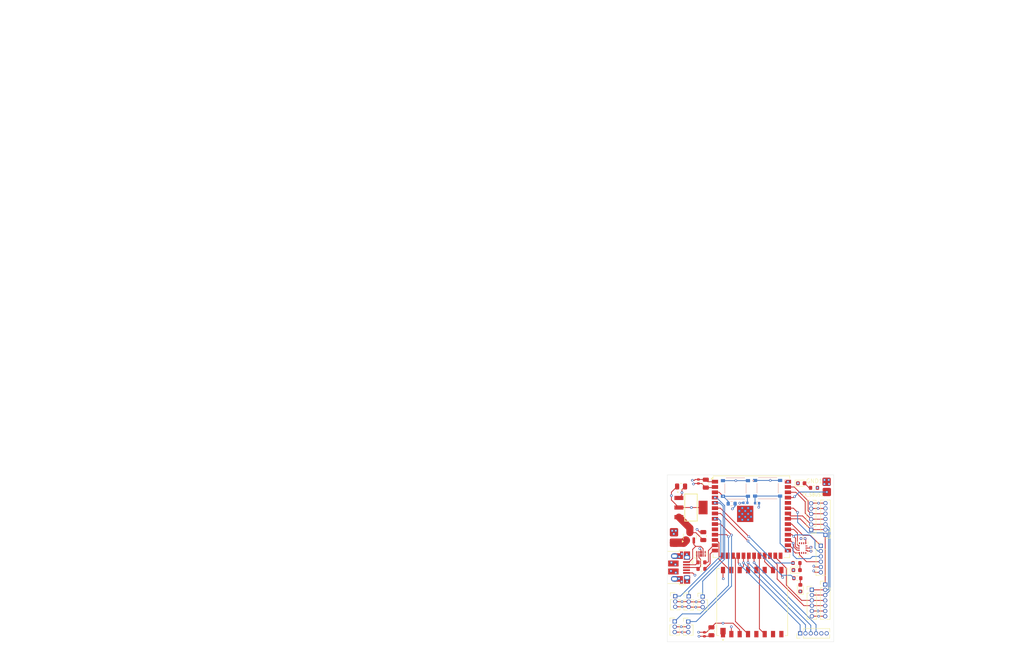
<source format=kicad_pcb>
(kicad_pcb (version 20241229) (generator "pcbnew") (generator_version "9.0")
  (layers (0 "F.Cu" signal) (4 "In1.Cu" signal) (6 "In2.Cu" signal) (2 "B.Cu" signal) (13 "F.Paste" user) (15 "B.Paste" user) (5 "F.SilkS" user "F.Silkscreen") (7 "B.SilkS" user "B.Silkscreen") (1 "F.Mask" user) (3 "B.Mask" user) (25 "Edge.Cuts" user))
  (net 0 "")
  (net 1 "/ESP32/BOOT")
  (net 2 "GND")
  (net 3 "/ESP32/ENABLE")
  (net 4 "/ESP32/3V3")
  (net 5 "Net-(ESP3V3-IN)")
  (net 6 "Net-(D4-A)")
  (net 7 "Net-(D5-A)")
  (net 8 "/ESP32/USB_P")
  (net 9 "/ESP32/USB_N")
  (net 11 "/ESP32/US1")
  (net 12 "/ESP32/US2")
  (net 13 "/ESP32/US3")
  (net 14 "/ESP32/US4")
  (net 15 "/ESP32/US5")
  (net 16 "/ESP32/PENA")
  (net 17 "/ESP32/SCL1")
  (net 18 "/ESP32/SDA1")
  (net 19 "/ESP32/RESET")
  (net 20 "/ESP32/LPN")
  (net 21 "/ESP32/SDA2")
  (net 22 "/ESP32/SCL2")
  (net 23 "/ESP32/CLK1")
  (net 24 "/ESP32/MISO1")
  (net 25 "/ESP32/MOSI1")
  (net 26 "/ESP32/CSLORA")
  (net 27 "/ESP32/LED3")
  (net 28 "/ESP32/LED4")
  (net 29 "Net-(U1-USB_D-)")
  (net 30 "Net-(U1-USB_D+)")
  (net 31 "/ESP32/LORA_DIO")
  (net 34 "/ESP32/CSSD")
  (net 35 "/ESP32/AP_SDO2")
  (net 36 "/ESP32/AP_SCLK2")
  (net 37 "/ESP32/CSOF")
  (net 38 "/ESP32/TX0")
  (net 40 "/ESP32/AP_SDI2")
  (net 41 "/ESP32/AP_CS2")
  (net 44 "Net-(J20-Pin_1)")
  (net 51 "/ESP32/5V_USB2")
  (net 54 "/ESP32/LORA_RESET")
  (net 56 "/ESP32/LORA_BUSY")
  (net 62 "Net-(D1-A)")
  (footprint "Connector_PinHeader_1.27mm:PinHeader_1x06_P1.27mm_Vertical" (layer "F.Cu") (at 132.825 65.36)
    (property "Reference" "J17" (hide yes))
    (property "Value" "Optical Flow")
  )
  (footprint "Customs:SolderPad_2mm" (layer "F.Cu") (at 134.25 52.45)
    (property "Reference" "TX_SBUS1")
    (property "Value" "TX_SBUS")
  )
  (footprint "Capacitor_SMD:C_0402_1005Metric" (layer "F.Cu") (at 128.545 63.625)
    (property "Reference" "C9" (hide yes))
    (property "Value" "0.1u/10V")
  )
  (footprint "Resistor_SMD:R_0603_1608Metric" (layer "F.Cu") (at 126.975 69.485 180)
    (property "Reference" "R8" (hide yes))
    (property "Value" "1k")
  )
  (footprint "Resistor_SMD:R_0603_1608Metric" (layer "F.Cu") (at 104.2 70.9 180)
    (property "Reference" "R11" (hide yes))
    (property "Value" "22")
  )
  (footprint "Connector_PinHeader_1.27mm:PinHeader_1x03_P1.27mm_Vertical" (layer "F.Cu") (at 101.025 83.525)
    (property "Reference" "J9" (hide yes))
    (property "Value" "US3")
  )
  (footprint "Capacitor_SMD:C_0402_1005Metric" (layer "F.Cu") (at 103.45 49.925 90)
    (property "Reference" "C14" (hide yes))
    (property "Value" "0.1u/10V")
  )
  (footprint "Resistor_SMD:R_0603_1608Metric" (layer "F.Cu") (at 127.175 73.125 180)
    (property "Reference" "R9" (hide yes))
    (property "Value" "1k")
  )
  (footprint "LED_SMD:LED_0603_1608Metric" (layer "F.Cu") (at 127.9 75.5125 90)
    (property "Reference" "D5" (hide yes))
    (property "Value" "LED")
  )
  (footprint "Package_DFN_QFN:Diodes_UDFN-10_1.0x2.5mm_P0.5mm" (layer "F.Cu") (at 104.075 67.2875 90)
    (property "Reference" "U5" (hide yes))
    (property "Value" "D3V3XA4B10LP")
  )
  (footprint "Connector_PinHeader_1.27mm:PinHeader_1x07_P1.27mm_Vertical" (layer "F.Cu") (at 133.8675 74.64)
    (property "Reference" "J13" (hide yes))
    (property "Value" "TOF2")
  )
  (footprint "Connector_USB:USB_Micro-B_Amphenol_10103594-0001LF_Horizontal" (layer "F.Cu") (at 98.835 70.575 -90)
    (property "Reference" "J6" (hide yes))
    (property "Value" "USB_B_Micro")
  )
  (footprint "Resistor_SMD:R_0603_1608Metric" (layer "F.Cu") (at 104.175 69.325 180)
    (property "Reference" "R10" (hide yes))
    (property "Value" "22")
  )
  (footprint "Customs:XCVR_RA-01H" (layer "F.Cu") (at 116.353 78.85 90)
    (property "Reference" "U2" (hide yes))
    (property "Value" "RA-01H")
  )
  (footprint "Capacitor_SMD:C_0402_1005Metric" (layer "F.Cu") (at 104.9 86.575 -90)
    (property "Reference" "C2" (hide yes))
    (property "Value" "100n/10V")
  )
  (footprint "Connector_PinHeader_1.27mm:PinHeader_1x06_P1.27mm_Vertical" (layer "F.Cu") (at 130.5 61.515 180)
    (property "Reference" "J14" (hide yes))
    (property "Value" "TOF3")
  )
  (footprint "Connector_PinHeader_1.27mm:PinHeader_1x03_P1.27mm_Vertical" (layer "F.Cu") (at 97.775 83.495)
    (property "Reference" "J7" (hide yes))
    (property "Value" "US1")
  )
  (footprint "Connector_PinHeader_1.27mm:PinHeader_1x03_P1.27mm_Vertical" (layer "F.Cu") (at 101.125 77.48)
    (property "Reference" "J11" (hide yes))
    (property "Value" "US5")
  )
  (footprint "Capacitor_SMD:C_0805_2012Metric" (layer "F.Cu") (at 105.225 50.45 90)
    (property "Reference" "C15" (hide yes))
    (property "Value" "10u/10V")
  )
  (footprint "Connector_PinHeader_1.27mm:PinHeader_1x06_P1.27mm_Vertical" (layer "F.Cu") (at 130.6675 75.895)
    (property "Reference" "J12" (hide yes))
    (property "Value" "TOF1")
  )
  (footprint "Customs:2_SolderPad_2mm" (layer "F.Cu") (at 97.6 63.6)
    (property "Reference" "J20" (hide yes))
    (property "Value" "BATTERYESP")
  )
  (footprint "Connector_PinHeader_1.27mm:PinHeader_1x06_P1.27mm_Vertical" (layer "F.Cu") (at 127.86 86.35 90)
    (property "Reference" "J16" (hide yes))
    (property "Value" "SD Card")
  )
  (footprint "Capacitor_SMD:C_0805_2012Metric" (layer "F.Cu") (at 99.3 51.125)
    (property "Reference" "C17" (hide yes))
    (property "Value" "10u/16V")
  )
  (footprint "Resistor_SMD:R_0603_1608Metric" (layer "F.Cu") (at 131.175 51.45)
    (property "Reference" "R1" (hide yes))
    (property "Value" "1k")
  )
  (footprint "Capacitor_SMD:C_0805_2012Metric" (layer "F.Cu") (at 106.575 85.85 -90)
    (property "Reference" "C1" (hide yes))
    (property "Value" "10u/10V")
  )
  (footprint "Connector_PinHeader_1.27mm:PinHeader_1x03_P1.27mm_Vertical" (layer "F.Cu") (at 97.9 77.43)
    (property "Reference" "J8" (hide yes))
    (property "Value" "US2")
  )
  (footprint "Connector_PinHeader_1.27mm:PinHeader_1x07_P1.27mm_Vertical" (layer "F.Cu") (at 133.925 62.74 180)
    (property "Reference" "J15" (hide yes))
    (property "Value" "TOF4")
  )
  (footprint "LED_SMD:LED_0603_1608Metric" (layer "F.Cu") (at 127.025 71.185)
    (property "Reference" "D4" (hide yes))
    (property "Value" "LED")
  )
  (footprint "LED_SMD:LED_0603_1608Metric" (layer "F.Cu") (at 128.1125 50.35)
    (property "Reference" "D1" (hide yes))
    (property "Value" "LED")
  )
  (footprint "Capacitor_SMD:C_0402_1005Metric" (layer "F.Cu") (at 130.45 66.15 -90)
    (property "Reference" "C23" (hide yes))
    (property "Value" "0.1u/10V")
  )
  (footprint "Customs:IC_ICM-45686" (layer "F.Cu") (at 128.45 65.9 90)
    (property "Reference" "U7" (hide yes))
    (property "Value" "ICM-45686")
  )
  (footprint "Customs:SOT230P700X180-4N" (layer "F.Cu") (at 101.675 56.175)
    (property "Reference" "ESP3V3" (hide yes))
    (property "Value" "NCP1117ST33T3G")
  )
  (footprint "Connector_PinHeader_1.27mm:PinHeader_1x03_P1.27mm_Vertical" (layer "F.Cu") (at 104.475 77.525)
    (property "Reference" "J10" (hide yes))
    (property "Value" "US4")
  )
  (footprint "RF_Module:ESP32-S3-WROOM-1U" (layer "F.Cu") (at 116.175 58.39)
    (property "Reference" "U1" (hide yes))
    (property "Value" "ESP32-S3-WROOM-1")
  )
  (footprint "Customs:SolderPad_2mm" (layer "F.Cu") (at 134.2 50 90)
    (property "Reference" "GND1")
    (property "Value" "GND")
  )
  (footprint "Capacitor_SMD:C_0805_2012Metric" (layer "F.Cu") (at 104.625 63.025 90)
    (property "Reference" "C19" (hide yes))
    (property "Value" "10u/16V")
  )
  (footprint "Package_TO_SOT_SMD:SOT-23" (layer "F.Cu") (at 101.4 63.1375 90)
    (property "Reference" "D6" (hide yes))
    (property "Value" "BAT54C")
  )
  (footprint "Resistor_SMD:R_0603_1608Metric" (layer "B.Cu") (at 111.425 55.25 180)
    (property "Reference" "R12" (hide yes))
    (property "Value" "10k" (hide yes))
  )
  (footprint "Capacitor_SMD:C_0402_1005Metric" (layer "B.Cu") (at 114.725 55.05 180)
    (property "Reference" "C12" (hide yes))
    (property "Value" "0.1u/10V" (hide yes))
  )
  (footprint "Customs:SW_TS-1187A-B-A-B" (layer "B.Cu") (at 120.05 51.55 180)
    (property "Reference" "S2" (hide yes))
    (property "Value" "TS-1187A-B-A-B" (hide yes))
  )
  (footprint "Capacitor_SMD:C_0402_1005Metric" (layer "B.Cu") (at 117.52 55.125)
    (property "Reference" "C13" (hide yes))
    (property "Value" "0.1u/10V" (hide yes))
  )
  (footprint "Customs:SW_TS-1187A-B-A-B" (layer "B.Cu") (at 112.3375 51.6 180)
    (property "Reference" "S1" (hide yes))
    (property "Value" "TS-1187A-B-A-B" (hide yes))
  )
  (gr_rect (start 95.95 48.36) (end 135.95 88.36) (stroke (width 0.05)) (fill no) (layer "Edge.Cuts"))
  (via (at 124.868907 66.596378) (size 0.6) (drill 0.3) (layers "F.Cu" "B.Cu") (net 1))
  (segment (start 117.05 53.425) (end 123.05 53.425) (width 0.2) (layer "B.Cu") (net 1))
  (segment (start 123.05 64.777471) (end 123.05 53.425) (width 0.2) (layer "B.Cu") (net 1))
  (segment (start 117.04 55.125) (end 117.04 53.435) (width 0.2) (layer "B.Cu") (net 1))
  (segment (start 117.04 53.435) (end 117.05 53.425) (width 0.2) (layer "B.Cu") (net 1))
  (segment (start 124.868907 66.596378) (end 123.05 64.777471) (width 0.2) (layer "B.Cu") (net 1))
  (segment (start 99.5 53.15) (end 99.5 52.6) (width 0.2) (layer "F.Cu") (net 2))
  (segment (start 104.9 87.055) (end 103.6 87.055) (width 0.2) (layer "F.Cu") (net 2))
  (segment (start 123.353 72.628) (end 123.675 72.95) (width 0.2) (layer "F.Cu") (net 2))
  (segment (start 99.575 86.065) (end 97.805 86.065) (width 0.2) (layer "F.Cu") (net 2))
  (segment (start 103.58 87.055) (end 103.575 87.05) (width 0.2) (layer "F.Cu") (net 2))
  (segment (start 102.49 49.65) (end 102.695 49.445) (width 0.2) (layer "F.Cu") (net 2))
  (segment (start 104.075 66.3) (end 103.7875 66.0125) (width 0.2) (layer "F.Cu") (net 2))
  (segment (start 97.9 79.97) (end 99.55 79.97) (width 0.2) (layer "F.Cu") (net 2))
  (segment (start 106.32 87.055) (end 106.575 86.8) (width 0.2) (layer "F.Cu") (net 2))
  (segment (start 104.075 67.6375) (end 104.075 66.875) (width 0.2) (layer "F.Cu") (net 2))
  (segment (start 133.925 55.12) (end 132.28 55.12) (width 0.2) (layer "F.Cu") (net 2))
  (segment (start 101.075 79.97) (end 101.125 80.02) (width 0.2) (layer "F.Cu") (net 2))
  (segment (start 123.353 71.1679) (end 123.353 72.628) (width 0.2) (layer "F.Cu") (net 2))
  (segment (start 109.353 71.1679) (end 109.353 73.178) (width 0.2) (layer "F.Cu") (net 2))
  (segment (start 100.6 71.85) (end 102.075 71.85) (width 0.2) (layer "F.Cu") (net 2))
  (segment (start 98.775 53.875) (end 99.5 53.15) (width 0.2) (layer "F.Cu") (net 2))
  (segment (start 104.625 62.075) (end 103.775 62.075) (width 0.2) (layer "F.Cu") (net 2))
  (segment (start 97.805 86.065) (end 97.775 86.035) (width 0.2) (layer "F.Cu") (net 2))
  (segment (start 103.775 62.075) (end 103.125 61.425) (width 0.2) (layer "F.Cu") (net 2))
  (segment (start 104.9 87.055) (end 106.32 87.055) (width 0.2) (layer "F.Cu") (net 2))
  (segment (start 102.695 49.445) (end 103.45 49.445) (width 0.2) (layer "F.Cu") (net 2))
  (segment (start 101.17 80.065) (end 101.125 80.02) (width 0.2) (layer "F.Cu") (net 2))
  (segment (start 99.55 79.97) (end 101.075 79.97) (width 0.2) (layer "F.Cu") (net 2))
  (segment (start 103.6 87.055) (end 103.58 87.055) (width 0.2) (layer "F.Cu") (net 2))
  (segment (start 133.8525 82.245) (end 133.8675 82.26) (width 0.2) (layer "F.Cu") (net 2))
  (segment (start 103.45 49.445) (end 105.17 49.445) (width 0.2) (layer "F.Cu") (net 2))
  (segment (start 104.075 66.875) (end 104.075 66.3) (width 0.2) (layer "F.Cu") (net 2))
  (segment (start 130.22 65.9) (end 130.4225 65.6975) (width 0.2) (layer "F.Cu") (net 2))
  (segment (start 111.353 84.775) (end 111.353 86.5321) (width 0.2) (layer "F.Cu") (net 2))
  (segment (start 131.435 71.71) (end 131.1 71.375) (width 0.2) (layer "F.Cu") (net 2))
  (segment (start 130.6675 82.245) (end 132.3 82.245) (width 0.2) (layer "F.Cu") (net 2))
  (segment (start 132.825 71.71) (end 131.435 71.71) (width 0.2) (layer "F.Cu") (net 2))
  (segment (start 130.4225 65.6975) (end 130.45 65.67) (width 0.2) (layer "F.Cu") (net 2))
  (segment (start 132.28 55.12) (end 130.545 55.12) (width 0.2) (layer "F.Cu") (net 2))
  (segment (start 105.17 49.445) (end 105.225 49.5) (width 0.2) (layer "F.Cu") (net 2))
  (segment (start 104.475 80.065) (end 102.825 80.065) (width 0.2) (layer "F.Cu") (net 2))
  (segment (start 103.7875 66.0125) (end 103.775 66) (width 0.2) (layer "F.Cu") (net 2))
  (segment (start 105.705 49.98) (end 105.225 49.5) (width 0.2) (layer "F.Cu") (net 2))
  (segment (start 99.5 52.6) (end 99.5 51.875) (width 0.2) (layer "F.Cu") (net 2))
  (segment (start 102.825 80.065) (end 101.17 80.065) (width 0.2) (layer "F.Cu") (net 2))
  (segment (start 102.075 71.85) (end 102.625 72.4) (width 0.2) (layer "F.Cu") (net 2))
  (segment (start 130.545 55.12) (end 130.5 55.165) (width 0.2) (layer "F.Cu") (net 2))
  (segment (start 129.3625 65.9) (end 130.22 65.9) (width 0.2) (layer "F.Cu") (net 2))
  (segment (start 107.425 49.98) (end 105.705 49.98) (width 0.2) (layer "F.Cu") (net 2))
  (segment (start 101.025 86.065) (end 99.575 86.065) (width 0.2) (layer "F.Cu") (net 2))
  (segment (start 99.5 51.875) (end 100.25 51.125) (width 0.2) (layer "F.Cu") (net 2))
  (segment (start 132.3 82.245) (end 133.8525 82.245) (width 0.2) (layer "F.Cu") (net 2))
  (segment (start 109.353 73.178) (end 109.425 73.25) (width 0.2) (layer "F.Cu") (net 2))
  (segment (start 102 49.65) (end 102.49 49.65) (width 0.2) (layer "F.Cu") (net 2))
  (via (at 98.025 61.725) (size 0.6) (drill 0.3) (layers "F.Cu" "B.Cu") (net 2))
  (via (at 112.425 49.725) (size 0.6) (drill 0.3) (layers "F.Cu" "B.Cu") (net 2))
  (via (at 97.55 62.5) (size 0.6) (drill 0.3) (layers "F.Cu" "B.Cu") (net 2))
  (via (at 99.475 67.3) (size 0.6) (drill 0.3) (layers "F.Cu" "B.Cu") (net 2))
  (via (at 99.575 86.065) (size 0.6) (drill 0.3) (layers "F.Cu" "B.Cu") (net 2))
  (via (at 99.55 79.97) (size 0.6) (drill 0.3) (layers "F.Cu" "B.Cu") (net 2))
  (via (at 133.675 50.55) (size 0.6) (drill 0.3) (layers "F.Cu" "B.Cu") (net 2))
  (via (at 127.325 50.35) (size 0.6) (drill 0.3) (layers "F.Cu" "B.Cu") (net 2))
  (via (at 100.675 67.4) (size 0.6) (drill 0.3) (layers "F.Cu" "B.Cu") (net 2))
  (via (at 96.875 71.4) (size 0.6) (drill 0.3) (layers "F.Cu" "B.Cu") (net 2))
  (via (at 111.353 84.775) (size 0.6) (drill 0.3) (layers "F.Cu" "B.Cu") (net 2))
  (via (at 120.7 49.675) (size 0.6) (drill 0.3) (layers "F.Cu" "B.Cu") (net 2))
  (via (at 102.625 72.4) (size 0.6) (drill 0.3) (layers "F.Cu" "B.Cu") (net 2))
  (via (at 98.022518 71.795744) (size 0.6) (drill 0.3) (layers "F.Cu" "B.Cu") (net 2))
  (via (at 103.125 61.425) (size 0.6) (drill 0.3) (layers "F.Cu" "B.Cu") (net 2))
  (via (at 131.1 71.375) (size 0.6) (drill 0.3) (layers "F.Cu" "B.Cu") (net 2))
  (via (at 109.425 73.25) (size 0.6) (drill 0.3) (layers "F.Cu" "B.Cu") (net 2))
  (via (at 132.3 82.245) (size 0.6) (drill 0.3) (layers "F.Cu" "B.Cu") (net 2))
  (via (at 128.065 63.625) (size 0.6) (drill 0.3) (layers "F.Cu" "B.Cu") (net 2))
  (via (at 98.875 68) (size 0.6) (drill 0.3) (layers "F.Cu" "B.Cu") (net 2))
  (via (at 96.975 69.35) (size 0.6) (drill 0.3) (layers "F.Cu" "B.Cu") (net 2))
  (via (at 130.4225 65.6975) (size 0.6) (drill 0.3) (layers "F.Cu" "B.Cu") (net 2))
  (via (at 123.675 72.95) (size 0.6) (drill 0.3) (layers "F.Cu" "B.Cu") (net 2))
  (via (at 98.8 73.2) (size 0.6) (drill 0.3) (layers "F.Cu" "B.Cu") (net 2))
  (via (at 102.825 80.065) (size 0.6) (drill 0.3) (layers "F.Cu" "B.Cu") (net 2))
  (via (at 124.925 49.98) (size 0.6) (drill 0.3) (layers "F.Cu" "B.Cu") (net 2))
  (via (at 126.2375 71.185) (size 0.6) (drill 0.3) (layers "F.Cu" "B.Cu") (net 2))
  (via (at 102 49.65) (size 0.6) (drill 0.3) (layers "F.Cu" "B.Cu") (net 2))
  (via (at 113.35 55.125) (size 0.6) (drill 0.3) (layers "F.Cu" "B.Cu") (net 2))
  (via (at 100.75 73.9) (size 0.6) (drill 0.3) (layers "F.Cu" "B.Cu") (net 2))
  (via (at 97.925 69.85) (size 0.6) (drill 0.3) (layers "F.Cu" "B.Cu") (net 2))
  (via (at 132.28 55.12) (size 0.6) (drill 0.3) (layers "F.Cu" "B.Cu") (net 2))
  (via (at 127.9 76.3) (size 0.6) (drill 0.3) (layers "F.Cu" "B.Cu") (net 2))
  (via (at 134.7 49.55) (size 0.6) (drill 0.3) (layers "F.Cu" "B.Cu") (net 2))
  (via (at 117.924804 56.108995) (size 0.6) (drill 0.3) (layers "F.Cu" "B.Cu") (net 2))
  (via (at 99.5 52.6) (size 0.6) (drill 0.3) (layers "F.Cu" "B.Cu") (net 2))
  (via (at 134.775 50.55) (size 0.6) (drill 0.3) (layers "F.Cu" "B.Cu") (net 2))
  (via (at 99.425 73.9) (size 0.6) (drill 0.3) (layers "F.Cu" "B.Cu") (net 2))
  (via (at 97.175 61.75) (size 0.6) (drill 0.3) (layers "F.Cu" "B.Cu") (net 2))
  (via (at 133.7 49.55) (size 0.6) (drill 0.3) (layers "F.Cu" "B.Cu") (net 2))
  (via (at 103.7875 66.0125) (size 0.6) (drill 0.3) (layers "F.Cu" "B.Cu") (net 2))
  (via (at 103.6 87.055) (size 0.6) (drill 0.3) (layers "F.Cu" "B.Cu") (net 2))
  (segment (start 117.05 49.675) (end 120.7 49.675) (width 0.2) (layer "B.Cu") (net 2))
  (segment (start 120.7 49.675) (end 123.05 49.675) (width 0.2) (layer "B.Cu") (net 2))
  (segment (start 112.425 49.725) (end 109.3375 49.725) (width 0.2) (layer "B.Cu") (net 2))
  (segment (start 115.3375 49.725) (end 112.425 49.725) (width 0.2) (layer "B.Cu") (net 2))
  (segment (start 113.425 55.05) (end 113.35 55.125) (width 0.2) (layer "B.Cu") (net 2))
  (segment (start 118 56.025) (end 117.925 56.1) (width 0.2) (layer "B.Cu") (net 2))
  (segment (start 118 55.125) (end 118 56.025) (width 0.2) (layer "B.Cu") (net 2))
  (segment (start 114.245 55.05) (end 113.425 55.05) (width 0.2) (layer "B.Cu") (net 2))
  (segment (start 109.4 53.475) (end 108.445 52.52) (width 0.2) (layer "F.Cu") (net 3))
  (segment (start 108.445 52.52) (end 107.425 52.52) (width 0.2) (layer "F.Cu") (net 3))
  (via (at 109.4 53.475) (size 0.6) (drill 0.3) (layers "F.Cu" "B.Cu") (net 3))
  (segment (start 115.205 55.05) (end 115.205 53.6075) (width 0.2) (layer "B.Cu") (net 3))
  (segment (start 109.4 53.475) (end 115.3375 53.475) (width 0.2) (layer "B.Cu") (net 3))
  (segment (start 115.205 53.6075) (end 115.3375 53.475) (width 0.2) (layer "B.Cu") (net 3))
  (segment (start 110.6 55.25) (end 110.6 54.675) (width 0.2) (layer "B.Cu") (net 3))
  (segment (start 109.3375 53.475) (end 109.4 53.475) (width 0.2) (layer "B.Cu") (net 3))
  (segment (start 110.6 54.675) (end 109.4 53.475) (width 0.2) (layer "B.Cu") (net 3))
  (segment (start 103.52 86.095) (end 103.5 86.075) (width 0.2) (layer "F.Cu") (net 4))
  (segment (start 96.975 53.325) (end 96.975 52.5) (width 0.2) (layer "F.Cu") (net 4))
  (segment (start 133.8675 80.99) (end 132.15 80.99) (width 0.2) (layer "F.Cu") (net 4))
  (segment (start 129.5925 66.63) (end 129.3625 66.4) (width 0.2) (layer "F.Cu") (net 4))
  (segment (start 111.768705 83.922) (end 113.353 85.506295) (width 0.2) (layer "F.Cu") (net 4))
  (segment (start 97.95 78.75) (end 97.9 78.7) (width 0.2) (layer "F.Cu") (net 4))
  (segment (start 104.475 78.795) (end 102.925 78.795) (width 0.2) (layer "F.Cu") (net 4))
  (segment (start 96.975 54.375) (end 96.975 53.325) (width 0.2) (layer "F.Cu") (net 4))
  (segment (start 99.525 78.75) (end 97.95 78.75) (width 0.2) (layer "F.Cu") (net 4))
  (segment (start 130.545 56.39) (end 130.5 56.435) (width 0.2) (layer "F.Cu") (net 4))
  (segment (start 101.775 56.175) (end 104.575 56.175) (width 0.2) (layer "F.Cu") (net 4))
  (segment (start 99.35 84.765) (end 100.995 84.765) (width 0.2) (layer "F.Cu") (net 4))
  (segment (start 131.34 70.44) (end 131.125 70.225) (width 0.2) (layer "F.Cu") (net 4))
  (segment (start 132.825 70.44) (end 131.34 70.44) (width 0.2) (layer "F.Cu") (net 4))
  (segment (start 105.38 86.095) (end 106.575 84.9) (width 0.2) (layer "F.Cu") (net 4))
  (segment (start 129.2 63.8) (end 129.025 63.625) (width 0.2) (layer "F.Cu") (net 4))
  (segment (start 101.17 78.795) (end 101.125 78.75) (width 0.2) (layer "F.Cu") (net 4))
  (segment (start 104.9 86.095) (end 105.38 86.095) (width 0.2) (layer "F.Cu") (net 4))
  (segment (start 98.775 56.175) (end 96.975 54.375) (width 0.2) (layer "F.Cu") (net 4))
  (segment (start 104.9 86.095) (end 103.52 86.095) (width 0.2) (layer "F.Cu") (net 4))
  (segment (start 102.925 78.795) (end 101.17 78.795) (width 0.2) (layer "F.Cu") (net 4))
  (segment (start 101.125 78.75) (end 99.525 78.75) (width 0.2) (layer "F.Cu") (net 4))
  (segment (start 98.775 56.175) (end 101.775 56.175) (width 0.2) (layer "F.Cu") (net 4))
  (segment (start 102.395 50.405) (end 102.275 50.525) (width 0.2) (layer "F.Cu") (net 4))
  (segment (start 105.225 51.4) (end 107.275 51.4) (width 0.2) (layer "F.Cu") (net 4))
  (segment (start 130.45 66.63) (end 129.5925 66.63) (width 0.2) (layer "F.Cu") (net 4))
  (segment (start 130.6825 80.99) (end 130.6675 80.975) (width 0.2) (layer "F.Cu") (net 4))
  (segment (start 133.925 56.39) (end 132.155 56.39) (width 0.2) (layer "F.Cu") (net 4))
  (segment (start 103.45 50.405) (end 102.395 50.405) (width 0.2) (layer "F.Cu") (net 4))
  (segment (start 129.2 64.7375) (end 129.2 63.8) (width 0.2) (layer "F.Cu") (net 4))
  (segment (start 106.575 84.9) (end 107.553 83.922) (width 0.2) (layer "F.Cu") (net 4))
  (segment (start 113.353 85.506295) (end 113.353 86.5321) (width 0.2) (layer "F.Cu") (net 4))
  (segment (start 107.275 51.4) (end 107.425 51.25) (width 0.2) (layer "F.Cu") (net 4))
  (segment (start 107.553 83.922) (end 109.35 83.922) (width 0.2) (layer "F.Cu") (net 4))
  (segment (start 96.975 52.5) (end 98.35 51.125) (width 0.2) (layer "F.Cu") (net 4))
  (segment (start 100.995 84.765) (end 101.025 84.795) (width 0.2) (layer "F.Cu") (net 4))
  (segment (start 104.23 50.405) (end 105.225 51.4) (width 0.2) (layer "F.Cu") (net 4))
  (segment (start 132.155 56.39) (end 130.545 56.39) (width 0.2) (layer "F.Cu") (net 4))
  (segment (start 103.45 50.405) (end 104.23 50.405) (width 0.2) (layer "F.Cu") (net 4))
  (segment (start 132.15 80.99) (end 130.6825 80.99) (width 0.2) (layer "F.Cu") (net 4))
  (segment (start 97.775 84.765) (end 99.35 84.765) (width 0.2) (layer "F.Cu") (net 4))
  (segment (start 109.35 83.922) (end 111.768705 83.922) (width 0.2) (layer "F.Cu") (net 4))
  (via (at 102.925 78.795) (size 0.6) (drill 0.3) (layers "F.Cu" "B.Cu") (net 4))
  (via (at 101.775 56.175) (size 0.6) (drill 0.3) (layers "F.Cu" "B.Cu") (net 4))
  (via (at 132.155 56.39) (size 0.6) (drill 0.3) (layers "F.Cu" "B.Cu") (net 4))
  (via (at 103.5 86.075) (size 0.6) (drill 0.3) (layers "F.Cu" "B.Cu") (net 4))
  (via (at 102.275 50.525) (size 0.6) (drill 0.3) (layers "F.Cu" "B.Cu") (net 4))
  (via (at 132.15 80.99) (size 0.6) (drill 0.3) (layers "F.Cu" "B.Cu") (net 4))
  (via (at 109.35 83.922) (size 0.6) (drill 0.3) (layers "F.Cu" "B.Cu") (net 4))
  (via (at 132 51.45) (size 0.6) (drill 0.3) (layers "F.Cu" "B.Cu") (net 4))
  (via (at 99.525 78.75) (size 0.6) (drill 0.3) (layers "F.Cu" "B.Cu") (net 4))
  (via (at 96.975 53.325) (size 0.6) (drill 0.3) (layers "F.Cu" "B.Cu") (net 4))
  (via (at 130.45 66.63) (size 0.6) (drill 0.3) (layers "F.Cu" "B.Cu") (net 4))
  (via (at 129.025 63.625) (size 0.6) (drill 0.3) (layers "F.Cu" "B.Cu") (net 4))
  (via (at 131.125 70.225) (size 0.6) (drill 0.3) (layers "F.Cu" "B.Cu") (net 4))
  (via (at 111.6 56.5) (size 0.6) (drill 0.3) (layers "F.Cu" "B.Cu") (net 4))
  (via (at 99.35 84.765) (size 0.6) (drill 0.3) (layers "F.Cu" "B.Cu") (net 4))
  (segment (start 112.25 55.85) (end 111.6 56.5) (width 0.2) (layer "B.Cu") (net 4))
  (segment (start 112.25 55.25) (end 112.25 55.85) (width 0.2) (layer "B.Cu") (net 4))
  (segment (start 104.625 63.975) (end 102.85 62.2) (width 0.2) (layer "F.Cu") (net 5))
  (segment (start 101.4 62.2) (end 101.4 61.1) (width 1.7) (layer "F.Cu") (net 5))
  (segment (start 101.4 61.1) (end 98.775 58.475) (width 1.7) (layer "F.Cu") (net 5))
  (segment (start 102.85 62.2) (end 101.4 62.2) (width 0.2) (layer "F.Cu") (net 5))
  (segment (start 127.8 69.485) (end 127.8 71.1725) (width 0.2) (layer "F.Cu") (net 6))
  (segment (start 127.8 71.1725) (end 127.8125 71.185) (width 0.2) (layer "F.Cu") (net 6))
  (segment (start 127.9 74.725) (end 127.9 73.225) (width 0.2) (layer "F.Cu") (net 7))
  (segment (start 127.9 73.225) (end 128 73.125) (width 0.2) (layer "F.Cu") (net 7))
  (segment (start 103.025 70.55) (end 103.375 70.9) (width 0.2) (layer "F.Cu") (net 8))
  (segment (start 103.978 70.297) (end 103.978 68.5715) (width 0.2) (layer "F.Cu") (net 8))
  (segment (start 103.575 68.1685) (end 103.575 67.675) (width 0.2) (layer "F.Cu") (net 8))
  (segment (start 103.978 68.5715) (end 103.575 68.1685) (width 0.2) (layer "F.Cu") (net 8))
  (segment (start 100.6 70.55) (end 103.025 70.55) (width 0.2) (layer "F.Cu") (net 8))
  (segment (start 103.375 70.9) (end 103.978 70.297) (width 0.2) (layer "F.Cu") (net 8))
  (segment (start 103.575 67.675) (end 103.575 66.9) (width 0.2) (layer "F.Cu") (net 8))
  (segment (start 103.35 69.325) (end 103.075 69.05) (width 0.2) (layer "F.Cu") (net 9))
  (segment (start 103.075 69.05) (end 103.075 67.675) (width 0.2) (layer "F.Cu") (net 9))
  (segment (start 103.075 67.675) (end 103.075 66.9) (width 0.2) (layer "F.Cu") (net 9))
  (segment (start 102.775 69.9) (end 103.35 69.325) (width 0.2) (layer "F.Cu") (net 9))
  (segment (start 100.6 69.9) (end 102.775 69.9) (width 0.2) (layer "F.Cu") (net 9))
  (segment (start 110.675 63.15) (end 110.205 62.68) (width 0.2) (layer "F.Cu") (net 11))
  (segment (start 107.475 62.68) (end 107.425 62.68) (width 0.2) (layer "F.Cu") (net 11))
  (segment (start 110.205 62.68) (end 107.475 62.68) (width 0.2) (layer "F.Cu") (net 11))
  (via (at 110.675 63.15) (size 0.6) (drill 0.3) (layers "F.Cu" "B.Cu") (net 11))
  (segment (start 103.894548 81.675) (end 110.675 74.894548) (width 0.2) (layer "B.Cu") (net 11))
  (segment (start 110.675 74.894548) (end 110.675 63.15) (width 0.2) (layer "B.Cu") (net 11))
  (segment (start 97.775 83.495) (end 99.595 81.675) (width 0.2) (layer "B.Cu") (net 11))
  (segment (start 99.595 81.675) (end 103.894548 81.675) (width 0.2) (layer "B.Cu") (net 11))
  (via (at 107.425 58.87) (size 0.6) (drill 0.3) (layers "F.Cu" "B.Cu") (net 12))
  (segment (start 108.245 58.87) (end 107.425 58.87) (width 0.2) (layer "B.Cu") (net 12))
  (segment (start 108.825 59.45) (end 108.245 58.87) (width 0.2) (layer "B.Cu") (net 12))
  (segment (start 97.9 77.43) (end 99.12 77.43) (width 0.2) (layer "B.Cu") (net 12))
  (segment (start 108.825 67.725) (end 108.825 59.45) (width 0.2) (layer "B.Cu") (net 12))
  (segment (start 99.12 77.43) (end 108.825 67.725) (width 0.2) (layer "B.Cu") (net 12))
  (segment (start 111.4 62.775) (end 108.765 60.14) (width 0.2) (layer "F.Cu") (net 13))
  (segment (start 108.765 60.14) (end 107.425 60.14) (width 0.2) (layer "F.Cu") (net 13))
  (via (at 111.4 62.775) (size 0.6) (drill 0.3) (layers "F.Cu" "B.Cu") (net 13))
  (segment (start 102.9 83.525) (end 111.4 75.025) (width 0.2) (layer "B.Cu") (net 13))
  (segment (start 111.4 62.775) (end 111.375 62.75) (width 0.2) (layer "B.Cu") (net 13))
  (segment (start 111.4 75.025) (end 111.4 62.775) (width 0.2) (layer "B.Cu") (net 13))
  (segment (start 101.025 83.525) (end 102.9 83.525) (width 0.2) (layer "B.Cu") (net 13))
  (via (at 107.425 53.79) (size 0.6) (drill 0.3) (layers "F.Cu" "B.Cu") (net 14))
  (segment (start 107.815 53.79) (end 107.425 53.79) (width 0.2) (layer "B.Cu") (net 14))
  (segment (start 109.75 55.725) (end 107.815 53.79) (width 0.2) (layer "B.Cu") (net 14))
  (segment (start 104.475 73.825) (end 109.75 68.55) (width 0.2) (layer "B.Cu") (net 14))
  (segment (start 104.475 77.525) (end 104.475 73.825) (width 0.2) (layer "B.Cu") (net 14))
  (segment (start 109.75 68.55) (end 109.75 55.725) (width 0.2) (layer "B.Cu") (net 14))
  (via (at 107.425 55.06) (size 0.6) (drill 0.3) (layers "F.Cu" "B.Cu") (net 15))
  (segment (start 109.4 68.075) (end 109.4 55.875) (width 0.2) (layer "B.Cu") (net 15))
  (segment (start 101.125 77.48) (end 101.125 76.35) (width 0.2) (layer "B.Cu") (net 15))
  (segment (start 101.125 76.35) (end 109.4 68.075) (width 0.2) (layer "B.Cu") (net 15))
  (segment (start 108.585 55.06) (end 107.425 55.06) (width 0.2) (layer "B.Cu") (net 15))
  (segment (start 109.4 55.875) (end 108.585 55.06) (width 0.2) (layer "B.Cu") (net 15))
  (segment (start 130.545 61.47) (end 130.5 61.515) (width 0.2) (layer "F.Cu") (net 16))
  (segment (start 130.5 61.515) (end 127.855 58.87) (width 0.2) (layer "F.Cu") (net 16))
  (segment (start 133.8675 75.91) (end 130.6825 75.91) (width 0.2) (layer "F.Cu") (net 16))
  (segment (start 127.855 58.87) (end 124.925 58.87) (width 0.2) (layer "F.Cu") (net 16))
  (segment (start 133.925 61.47) (end 130.545 61.47) (width 0.2) (layer "F.Cu") (net 16))
  (segment (start 130.6825 75.91) (end 130.6675 75.895) (width 0.2) (layer "F.Cu") (net 16))
  (segment (start 134.653 61.490894) (end 134.632106 61.47) (width 0.2) (layer "B.Cu") (net 16))
  (segment (start 134.574606 75.91) (end 134.653 75.831606) (width 0.2) (layer "B.Cu") (net 16))
  (segment (start 134.632106 61.47) (end 133.925 61.47) (width 0.2) (layer "B.Cu") (net 16))
  (segment (start 134.653 75.831606) (end 134.653 61.490894) (width 0.2) (layer "B.Cu") (net 16))
  (segment (start 133.8675 75.91) (end 134.574606 75.91) (width 0.2) (layer "B.Cu") (net 16))
  (segment (start 122.35 73.321705) (end 122.35 69.856) (width 0.2) (layer "F.Cu") (net 17))
  (segment (start 128.733295 79.705) (end 122.35 73.321705) (width 0.2) (layer "F.Cu") (net 17))
  (segment (start 130.6675 79.705) (end 133.8525 79.705) (width 0.2) (layer "F.Cu") (net 17))
  (segment (start 122.35 69.856) (end 120.62 68.126) (width 0.2) (layer "F.Cu") (net 17))
  (segment (start 120.62 68.126) (end 120.62 67.74) (width 0.2) (layer "F.Cu") (net 17))
  (segment (start 130.6675 79.705) (end 128.733295 79.705) (width 0.2) (layer "F.Cu") (net 17))
  (segment (start 133.8525 79.705) (end 133.8675 79.72) (width 0.2) (layer "F.Cu") (net 17))
  (segment (start 133.8675 78.45) (end 130.6825 78.45) (width 0.2) (layer "F.Cu") (net 18))
  (segment (start 124.55 74.8) (end 124.55 70.743) (width 0.2) (layer "F.Cu") (net 18))
  (segment (start 124.55 70.743) (end 121.89 68.083) (width 0.2) (layer "F.Cu") (net 18))
  (segment (start 130.6675 78.435) (end 128.185 78.435) (width 0.2) (layer "F.Cu") (net 18))
  (segment (start 130.6825 78.45) (end 130.6675 78.435) (width 0.2) (layer "F.Cu") (net 18))
  (segment (start 128.185 78.435) (end 124.55 74.8) (width 0.2) (layer "F.Cu") (net 18))
  (segment (start 121.89 68.083) (end 121.89 67.74) (width 0.2) (layer "F.Cu") (net 18))
  (segment (start 130.5 60.245) (end 128.43 58.175) (width 0.2) (layer "F.Cu") (net 19))
  (segment (start 128.43 58.175) (end 125.5 58.175) (width 0.2) (layer "F.Cu") (net 19))
  (segment (start 133.925 60.2) (end 130.545 60.2) (width 0.2) (layer "F.Cu") (net 19))
  (segment (start 133.8525 77.165) (end 133.8675 77.18) (width 0.2) (layer "F.Cu") (net 19))
  (segment (start 130.6675 77.165) (end 133.8525 77.165) (width 0.2) (layer "F.Cu") (net 19))
  (segment (start 130.545 60.2) (end 130.5 60.245) (width 0.2) (layer "F.Cu") (net 19))
  (segment (start 125.5 58.175) (end 124.925 57.6) (width 0.2) (layer "F.Cu") (net 19))
  (segment (start 133.8675 77.18) (end 135 76.0475) (width 0.2) (layer "B.Cu") (net 19))
  (segment (start 135 61.275) (end 133.925 60.2) (width 0.2) (layer "B.Cu") (net 19))
  (segment (start 135 76.0475) (end 135 61.275) (width 0.2) (layer "B.Cu") (net 19))
  (segment (start 133.8675 74.64) (end 133.8675 62.7975) (width 0.2) (layer "F.Cu") (net 20))
  (segment (start 133.8675 62.7975) (end 133.925 62.74) (width 0.2) (layer "F.Cu") (net 20))
  (segment (start 134.25 63.065) (end 133.925 62.74) (width 0.2) (layer "F.Cu") (net 20))
  (segment (start 126.23 56.33) (end 124.925 56.33) (width 0.2) (layer "F.Cu") (net 20))
  (segment (start 127.25 57.35) (end 126.23 56.33) (width 0.2) (layer "F.Cu") (net 20))
  (via (at 127.25 57.35) (size 0.6) (drill 0.3) (layers "F.Cu" "B.Cu") (net 20))
  (segment (start 127.25 59.721) (end 127.25 57.35) (width 0.2) (layer "B.Cu") (net 20))
  (segment (start 129.772 62.243) (end 127.25 59.721) (width 0.2) (layer "B.Cu") (net 20))
  (segment (start 133.428 62.243) (end 129.772 62.243) (width 0.2) (layer "B.Cu") (net 20))
  (segment (start 133.925 62.74) (end 133.428 62.243) (width 0.2) (layer "B.Cu") (net 20))
  (segment (start 126.82 52.52) (end 124.925 52.52) (width 0.2) (layer "F.Cu") (net 21))
  (segment (start 133.88 58.975) (end 133.925 58.93) (width 0.2) (layer "F.Cu") (net 21))
  (segment (start 129.075 54.775) (end 126.82 52.52) (width 0.2) (layer "F.Cu") (net 21))
  (segment (start 130.5 58.975) (end 133.88 58.975) (width 0.2) (layer "F.Cu") (net 21))
  (segment (start 130.5 58.975) (end 129.075 57.55) (width 0.2) (layer "F.Cu") (net 21))
  (segment (start 129.075 57.55) (end 129.075 54.775) (width 0.2) (layer "F.Cu") (net 21))
  (segment (start 130.5 57.705) (end 129.772 56.977) (width 0.2) (layer "F.Cu") (net 22))
  (segment (start 129.772 54.597) (end 126.425 51.25) (width 0.2) (layer "F.Cu") (net 22))
  (segment (start 130.545 57.66) (end 130.5 57.705) (width 0.2) (layer "F.Cu") (net 22))
  (segment (start 129.772 56.977) (end 129.772 54.597) (width 0.2) (layer "F.Cu") (net 22))
  (segment (start 126.425 51.25) (end 124.925 51.25) (width 0.2) (layer "F.Cu") (net 22))
  (segment (start 133.925 57.66) (end 130.545 57.66) (width 0.2) (layer "F.Cu") (net 22))
  (segment (start 117.353 70.053) (end 116.81 69.51) (width 0.2) (layer "F.Cu") (net 23))
  (segment (start 116.81 69.25) (end 116.81 67.74) (width 0.2) (layer "F.Cu") (net 23))
  (segment (start 117.353 71.1679) (end 117.353 71.1) (width 0.2) (layer "F.Cu") (net 23))
  (segment (start 116.81 69.4) (end 116.81 69.25) (width 0.2) (layer "F.Cu") (net 23))
  (segment (start 117.353 71.1) (end 117.353 70.053) (width 0.2) (layer "F.Cu") (net 23))
  (segment (start 116.81 69.51) (end 116.81 69.4) (width 0.2) (layer "F.Cu") (net 23))
  (via (at 116.81 69.4) (size 0.6) (drill 0.3) (layers "F.Cu" "B.Cu") (net 23))
  (segment (start 131.67 86.35) (end 131.67 84.277048) (width 0.2) (layer "B.Cu") (net 23))
  (segment (start 116.81 69.417048) (end 116.81 69.4) (width 0.2) (layer "B.Cu") (net 23))
  (segment (start 131.67 84.277048) (end 116.81 69.417048) (width 0.2) (layer "B.Cu") (net 23))
  (segment (start 115.353 69.375) (end 115.353 67.927) (width 0.2) (layer "F.Cu") (net 24))
  (segment (start 115.353 71.1679) (end 115.353 69.375) (width 0.2) (layer "F.Cu") (net 24))
  (segment (start 115.353 67.927) (end 115.54 67.74) (width 0.2) (layer "F.Cu") (net 24))
  (via (at 115.353 69.375) (size 0.6) (drill 0.3) (layers "F.Cu" "B.Cu") (net 24))
  (segment (start 130.4 84.422) (end 115.353 69.375) (width 0.2) (layer "B.Cu") (net 24))
  (segment (start 130.4 86.35) (end 130.4 84.422) (width 0.2) (layer "B.Cu") (net 24))
  (segment (start 114.27 70.2509) (end 114.27 69.425) (width 0.2) (layer "F.Cu") (net 25))
  (segment (start 113.353 71.1679) (end 114.27 70.2509) (width 0.2) (layer "F.Cu") (net 25))
  (segment (start 114.27 69.425) (end 114.27 67.74) (width 0.2) (layer "F.Cu") (net 25))
  (via (at 114.27 69.425) (size 0.6) (drill 0.3) (layers "F.Cu" "B.Cu") (net 25))
  (segment (start 129.13 86.35) (end 129.13 84.285) (width 0.2) (layer "B.Cu") (net 25))
  (segment (start 129.13 84.285) (end 114.27 69.425) (width 0.2) (layer "B.Cu") (net 25))
  (segment (start 107.725 63.95) (end 107.425 63.95) (width 0.2) (layer "F.Cu") (net 26))
  (segment (start 108.403 68.609) (end 108.403 64.628) (width 0.2) (layer "F.Cu") (net 26))
  (segment (start 111.353 71.1679) (end 110.9619 71.1679) (width 0.2) (layer "F.Cu") (net 26))
  (segment (start 108.403 64.628) (end 107.725 63.95) (width 0.2) (layer "F.Cu") (net 26))
  (segment (start 110.9619 71.1679) (end 108.403 68.609) (width 0.2) (layer "F.Cu") (net 26))
  (segment (start 115.55 63.15) (end 108.73 56.33) (width 0.2) (layer "F.Cu") (net 27))
  (segment (start 108.73 56.33) (end 107.425 56.33) (width 0.2) (layer "F.Cu") (net 27))
  (via (at 126.15 69.485) (size 0.6) (drill 0.3) (layers "F.Cu" "B.Cu") (net 27))
  (via (at 115.55 63.15) (size 0.6) (drill 0.3) (layers "F.Cu" "B.Cu") (net 27))
  (segment (start 121.935 69.485) (end 115.6 63.15) (width 0.2) (layer "B.Cu") (net 27))
  (segment (start 126.15 69.485) (end 121.935 69.485) (width 0.2) (layer "B.Cu") (net 27))
  (segment (start 115.6 63.15) (end 115.55 63.15) (width 0.2) (layer "B.Cu") (net 27))
  (segment (start 108.75 57.6) (end 107.425 57.6) (width 0.2) (layer "F.Cu") (net 28))
  (segment (start 115.35 64.2) (end 108.75 57.6) (width 0.2) (layer "F.Cu") (net 28))
  (via (at 115.35 64.2) (size 0.6) (drill 0.3) (layers "F.Cu" "B.Cu") (net 28))
  (via (at 126.35 73.125) (size 0.6) (drill 0.3) (layers "F.Cu" "B.Cu") (net 28))
  (segment (start 123.447 72.422) (end 115.35 64.325) (width 0.2) (layer "B.Cu") (net 28))
  (segment (start 126.35 73.125) (end 125.647 72.422) (width 0.2) (layer "B.Cu") (net 28))
  (segment (start 125.647 72.422) (end 123.447 72.422) (width 0.2) (layer "B.Cu") (net 28))
  (segment (start 115.35 64.2) (end 115.35 64.15) (width 0.2) (layer "B.Cu") (net 28))
  (segment (start 115.35 64.325) (end 115.35 64.2) (width 0.2) (layer "B.Cu") (net 28))
  (segment (start 105 69.325) (end 105.675 69.325) (width 0.2) (layer "F.Cu") (net 29))
  (segment (start 107.125 65.22) (end 107.425 65.22) (width 0.2) (layer "F.Cu") (net 29))
  (segment (start 105.85 66.495) (end 107.125 65.22) (width 0.2) (layer "F.Cu") (net 29))
  (segment (start 105.675 69.325) (end 105.85 69.15) (width 0.2) (layer "F.Cu") (net 29))
  (segment (start 105.85 69.15) (end 105.85 66.495) (width 0.2) (layer "F.Cu") (net 29))
  (segment (start 106.275 69.65) (end 106.275 67.3) (width 0.2) (layer "F.Cu") (net 30))
  (segment (start 106.275 67.3) (end 107.085 66.49) (width 0.2) (layer "F.Cu") (net 30))
  (segment (start 105.025 70.9) (end 106.275 69.65) (width 0.2) (layer "F.Cu") (net 30))
  (segment (start 107.085 66.49) (end 107.425 66.49) (width 0.2) (layer "F.Cu") (net 30))
  (segment (start 118.08 85.2591) (end 118.08 67.74) (width 0.2) (layer "F.Cu") (net 31))
  (segment (start 119.353 86.5321) (end 118.08 85.2591) (width 0.2) (layer "F.Cu") (net 31))
  (segment (start 113 69.45) (end 113 67.74) (width 0.2) (layer "F.Cu") (net 34))
  (segment (start 113.3 69.75) (end 113 69.45) (width 0.2) (layer "F.Cu") (net 34))
  (via (at 113.3 69.75) (size 0.6) (drill 0.3) (layers "F.Cu" "B.Cu") (net 34))
  (segment (start 127.86 84.31) (end 113.3 69.75) (width 0.2) (layer "B.Cu") (net 34))
  (segment (start 127.86 86.35) (end 127.86 84.31) (width 0.2) (layer "B.Cu") (net 34))
  (segment (start 132.825 69.17) (end 129.37 69.17) (width 0.2) (layer "F.Cu") (net 35))
  (segment (start 127.7 67.0625) (end 126.8 67.0625) (width 0.2) (layer "F.Cu") (net 35))
  (segment (start 126.8 67.0625) (end 126.6875 67.0625) (width 0.2) (layer "F.Cu") (net 35))
  (segment (start 126.1 66.05) (end 125.27 65.22) (width 0.2) (layer "F.Cu") (net 35))
  (segment (start 126.1 66.475) (end 126.1 66.05) (width 0.2) (layer "F.Cu") (net 35))
  (segment (start 126.6875 67.0625) (end 126.1 66.475) (width 0.2) (layer "F.Cu") (net 35))
  (segment (start 125.456138 65.22) (end 124.925 65.22) (width 0.2) (layer "F.Cu") (net 35))
  (segment (start 125.27 65.22) (end 124.925 65.22) (width 0.2) (layer "F.Cu") (net 35))
  (segment (start 129.37 69.17) (end 127.7 67.5) (width 0.2) (layer "F.Cu") (net 35))
  (segment (start 127.7 67.5) (end 127.7 67.0625) (width 0.2) (layer "F.Cu") (net 35))
  (segment (start 127.5375 65.9) (end 127.1 65.9) (width 0.2) (layer "F.Cu") (net 36))
  (segment (start 127.1 65.9) (end 126.75 65.55) (width 0.2) (layer "F.Cu") (net 36))
  (segment (start 126.3125 63.0875) (end 125.905 62.68) (width 0.2) (layer "F.Cu") (net 36))
  (segment (start 126.75 65.55) (end 126.75 63.525) (width 0.2) (layer "F.Cu") (net 36))
  (segment (start 125.905 62.68) (end 124.925 62.68) (width 0.2) (layer "F.Cu") (net 36))
  (segment (start 126.75 63.525) (end 126.3125 63.0875) (width 0.2) (layer "F.Cu") (net 36))
  (via (at 126.3125 63.0875) (size 0.6) (drill 0.3) (layers "F.Cu" "B.Cu") (net 36))
  (segment (start 132.825 66.63) (end 132.117894 66.63) (width 0.2) (layer "B.Cu") (net 36))
  (segment (start 132.117894 66.63) (end 131.4 65.912106) (width 0.2) (layer "B.Cu") (net 36))
  (segment (start 130.05 62.725) (end 126.675 62.725) (width 0.2) (layer "B.Cu") (net 36))
  (segment (start 131.4 64.075) (end 130.05 62.725) (width 0.2) (layer "B.Cu") (net 36))
  (segment (start 126.675 62.725) (end 126.3125 63.0875) (width 0.2) (layer "B.Cu") (net 36))
  (segment (start 131.4 65.912106) (end 131.4 64.075) (width 0.2) (layer "B.Cu") (net 36))
  (segment (start 130.315 62.85) (end 128.55 62.85) (width 0.2) (layer "F.Cu") (net 37))
  (segment (start 125.84 60.14) (end 124.925 60.14) (width 0.2) (layer "F.Cu") (net 37))
  (segment (start 128.55 62.85) (end 125.84 60.14) (width 0.2) (layer "F.Cu") (net 37))
  (segment (start 132.825 65.36) (end 130.315 62.85) (width 0.2) (layer "F.Cu") (net 37))
  (segment (start 124.925 53.79) (end 126.31 53.79) (width 0.2) (layer "F.Cu") (net 38))
  (segment (start 126.31 53.79) (end 126.525 53.575) (width 0.2) (layer "F.Cu") (net 38))
  (via (at 126.525 53.575) (size 0.6) (drill 0.3) (layers "F.Cu" "B.Cu") (net 38))
  (via (at 134.25 52.45) (size 0.6) (drill 0.3) (layers "F.Cu" "B.Cu") (net 38))
  (segment (start 126.525 53.575) (end 127.65 52.45) (width 0.2) (layer "B.Cu") (net 38))
  (segment (start 127.65 52.45) (end 134.25 52.45) (width 0.2) (layer "B.Cu") (net 38))
  (segment (start 127.1 66.4) (end 126.35 65.65) (width 0.2) (layer "F.Cu") (net 40))
  (segment (start 127.5375 66.4) (end 127.1 66.4) (width 0.2) (layer "F.Cu") (net 40))
  (segment (start 126.175 64.725) (end 125.4 63.95) (width 0.2) (layer "F.Cu") (net 40))
  (segment (start 126.35 65.65) (end 126.35 64.9) (width 0.2) (layer "F.Cu") (net 40))
  (segment (start 125.4 63.95) (end 124.925 63.95) (width 0.2) (layer "F.Cu") (net 40))
  (segment (start 126.35 64.9) (end 126.175 64.725) (width 0.2) (layer "F.Cu") (net 40))
  (via (at 126.175 64.725) (size 0.6) (drill 0.3) (layers "F.Cu" "B.Cu") (net 40))
  (segment (start 126.175 67.625) (end 126.175 64.725) (width 0.2) (layer "B.Cu") (net 40))
  (segment (start 127.025 68.425) (end 127 68.45) (width 0.2) (layer "B.Cu") (net 40))
  (segment (start 132.825 67.9) (end 130.8 67.9) (width 0.2) (layer "B.Cu") (net 40))
  (segment (start 130.8 67.9) (end 130.275 68.425) (width 0.2) (layer "B.Cu") (net 40))
  (segment (start 127 68.45) (end 126.175 67.625) (width 0.2) (layer "B.Cu") (net 40))
  (segment (start 130.275 68.425) (end 127.025 68.425) (width 0.2) (layer "B.Cu") (net 40))
  (segment (start 127.2 62.3) (end 126.31 61.41) (width 0.2) (layer "F.Cu") (net 41))
  (segment (start 127.5375 65.4) (end 127.2 65.0625) (width 0.2) (layer "F.Cu") (net 41))
  (segment (start 127.2 65.0625) (end 127.2 62.3) (width 0.2) (layer "F.Cu") (net 41))
  (segment (start 126.31 61.41) (end 124.925 61.41) (width 0.2) (layer "F.Cu") (net 41))
  (segment (start 97.6 64.6) (end 99.925 64.6) (width 2) (layer "F.Cu") (net 44))
  (segment (start 99.925 64.6) (end 100.45 64.075) (width 2) (layer "F.Cu") (net 44))
  (segment (start 102.7905 65.4845) (end 102.075 66.2) (width 0.2) (layer "F.Cu") (net 51))
  (segment (start 101.225 69.25) (end 100.6 69.25) (width 0.2) (layer "F.Cu") (net 51))
  (segment (start 102.35 65.044) (end 102.35 64.075) (width 0.2) (layer "F.Cu") (net 51))
  (segment (start 102.7905 65.4845) (end 102.35 65.044) (width 0.2) (layer "F.Cu") (net 51))
  (segment (start 102.075 66.2) (end 102.075 68.4) (width 0.2) (layer "F.Cu") (net 51))
  (segment (start 104.575 67.675) (end 104.575 66.9) (width 0.2) (layer "F.Cu") (net 51))
  (segment (start 102.075 68.4) (end 101.225 69.25) (width 0.2) (layer "F.Cu") (net 51))
  (segment (start 104.575 66.053295) (end 104.006205 65.4845) (width 0.2) (layer "F.Cu") (net 51))
  (segment (start 104.575 66.9) (end 104.575 66.053295) (width 0.2) (layer "F.Cu") (net 51))
  (segment (start 104.006205 65.4845) (end 102.7905 65.4845) (width 0.2) (layer "F.Cu") (net 51))
  (segment (start 112.322 68.332) (end 111.73 67.74) (width 0.2) (layer "F.Cu") (net 54))
  (segment (start 112.322 83.5011) (end 112.322 68.332) (width 0.2) (layer "F.Cu") (net 54))
  (segment (start 111.73 68.04) (end 111.73 67.74) (width 0.2) (layer "F.Cu") (net 54))
  (segment (start 115.353 86.5321) (end 112.322 83.5011) (width 0.2) (layer "F.Cu") (net 54))
  (segment (start 121.353 71.1679) (end 119.35 69.1649) (width 0.2) (layer "F.Cu") (net 56))
  (segment (start 121.353 71.1679) (end 121.1219 71.1679) (width 0.2) (layer "F.Cu") (net 56))
  (segment (start 119.35 69.1649) (end 119.35 67.74) (width 0.2) (layer "F.Cu") (net 56))
  (segment (start 130.35 51.45) (end 130 51.45) (width 0.2) (layer "F.Cu") (net 62))
  (segment (start 130 51.45) (end 128.9 50.35) (width 0.2) (layer "F.Cu") (net 62))
)
</source>
